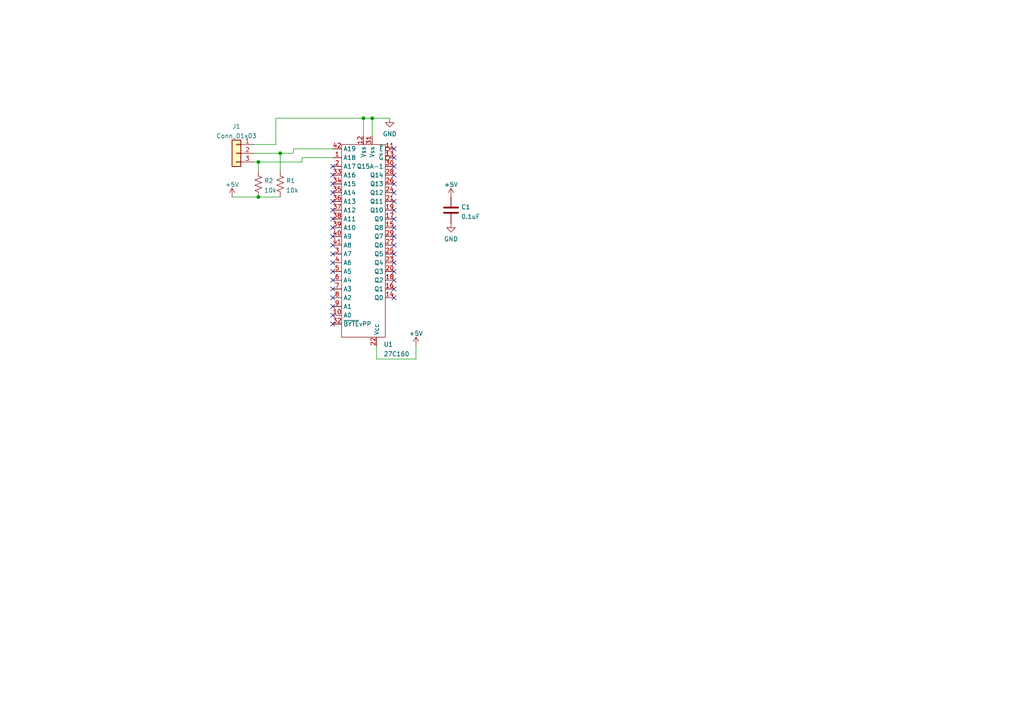
<source format=kicad_sch>
(kicad_sch (version 20211123) (generator eeschema)

  (uuid 2d50f897-8eb0-4541-a467-7f0e76a94220)

  (paper "A4")

  (lib_symbols
    (symbol "AmigaROMs:27C160" (in_bom yes) (on_board yes)
      (property "Reference" "U" (id 0) (at -1.27 -6.35 0)
        (effects (font (size 1.27 1.27)))
      )
      (property "Value" "27C160" (id 1) (at 0 1.27 90)
        (effects (font (size 1.27 1.27)))
      )
      (property "Footprint" "" (id 2) (at 0 0 0)
        (effects (font (size 1.27 1.27)) hide)
      )
      (property "Datasheet" "" (id 3) (at 0 0 0)
        (effects (font (size 1.27 1.27)) hide)
      )
      (symbol "27C160_0_1"
        (rectangle (start -6.35 25.4) (end 6.35 -30.48)
          (stroke (width 0.1524) (type default) (color 0 0 0 0))
          (fill (type none))
        )
      )
      (symbol "27C160_1_1"
        (pin input line (at -8.89 21.59 0) (length 2.54)
          (name "A18" (effects (font (size 1.27 1.27))))
          (number "1" (effects (font (size 1.27 1.27))))
        )
        (pin input line (at -8.89 -24.13 0) (length 2.54)
          (name "A0" (effects (font (size 1.27 1.27))))
          (number "10" (effects (font (size 1.27 1.27))))
        )
        (pin input inverted (at 8.89 24.13 180) (length 2.54)
          (name "~{E}" (effects (font (size 1.27 1.27))))
          (number "11" (effects (font (size 1.27 1.27))))
        )
        (pin power_out line (at 0 27.94 270) (length 2.54)
          (name "Vss" (effects (font (size 1.27 1.27))))
          (number "12" (effects (font (size 1.27 1.27))))
        )
        (pin input inverted (at 8.89 21.59 180) (length 2.54)
          (name "~{G}" (effects (font (size 1.27 1.27))))
          (number "13" (effects (font (size 1.27 1.27))))
        )
        (pin output line (at 8.89 -19.05 180) (length 2.54)
          (name "Q0" (effects (font (size 1.27 1.27))))
          (number "14" (effects (font (size 1.27 1.27))))
        )
        (pin output line (at 8.89 1.27 180) (length 2.54)
          (name "Q8" (effects (font (size 1.27 1.27))))
          (number "15" (effects (font (size 1.27 1.27))))
        )
        (pin output line (at 8.89 -16.51 180) (length 2.54)
          (name "Q1" (effects (font (size 1.27 1.27))))
          (number "16" (effects (font (size 1.27 1.27))))
        )
        (pin output line (at 8.89 3.81 180) (length 2.54)
          (name "Q9" (effects (font (size 1.27 1.27))))
          (number "17" (effects (font (size 1.27 1.27))))
        )
        (pin output line (at 8.89 -13.97 180) (length 2.54)
          (name "Q2" (effects (font (size 1.27 1.27))))
          (number "18" (effects (font (size 1.27 1.27))))
        )
        (pin output line (at 8.89 6.35 180) (length 2.54)
          (name "Q10" (effects (font (size 1.27 1.27))))
          (number "19" (effects (font (size 1.27 1.27))))
        )
        (pin input line (at -8.89 19.05 0) (length 2.54)
          (name "A17" (effects (font (size 1.27 1.27))))
          (number "2" (effects (font (size 1.27 1.27))))
        )
        (pin output line (at 8.89 -11.43 180) (length 2.54)
          (name "Q3" (effects (font (size 1.27 1.27))))
          (number "20" (effects (font (size 1.27 1.27))))
        )
        (pin output line (at 8.89 8.89 180) (length 2.54)
          (name "Q11" (effects (font (size 1.27 1.27))))
          (number "21" (effects (font (size 1.27 1.27))))
        )
        (pin power_in line (at 3.81 -33.02 90) (length 2.54)
          (name "Vcc" (effects (font (size 1.27 1.27))))
          (number "22" (effects (font (size 1.27 1.27))))
        )
        (pin output line (at 8.89 -8.89 180) (length 2.54)
          (name "Q4" (effects (font (size 1.27 1.27))))
          (number "23" (effects (font (size 1.27 1.27))))
        )
        (pin output line (at 8.89 11.43 180) (length 2.54)
          (name "Q12" (effects (font (size 1.27 1.27))))
          (number "24" (effects (font (size 1.27 1.27))))
        )
        (pin output line (at 8.89 -6.35 180) (length 2.54)
          (name "Q5" (effects (font (size 1.27 1.27))))
          (number "25" (effects (font (size 1.27 1.27))))
        )
        (pin output line (at 8.89 13.97 180) (length 2.54)
          (name "Q13" (effects (font (size 1.27 1.27))))
          (number "26" (effects (font (size 1.27 1.27))))
        )
        (pin output line (at 8.89 -3.81 180) (length 2.54)
          (name "Q6" (effects (font (size 1.27 1.27))))
          (number "27" (effects (font (size 1.27 1.27))))
        )
        (pin output line (at 8.89 16.51 180) (length 2.54)
          (name "Q14" (effects (font (size 1.27 1.27))))
          (number "28" (effects (font (size 1.27 1.27))))
        )
        (pin output line (at 8.89 -1.27 180) (length 2.54)
          (name "Q7" (effects (font (size 1.27 1.27))))
          (number "29" (effects (font (size 1.27 1.27))))
        )
        (pin input line (at -8.89 -6.35 0) (length 2.54)
          (name "A7" (effects (font (size 1.27 1.27))))
          (number "3" (effects (font (size 1.27 1.27))))
        )
        (pin bidirectional line (at 8.89 19.05 180) (length 2.54)
          (name "Q15A-1" (effects (font (size 1.27 1.27))))
          (number "30" (effects (font (size 1.27 1.27))))
        )
        (pin power_out line (at 2.54 27.94 270) (length 2.54)
          (name "Vss" (effects (font (size 1.27 1.27))))
          (number "31" (effects (font (size 1.27 1.27))))
        )
        (pin input line (at -8.89 -26.67 0) (length 2.54)
          (name "~{BYTE}vPP" (effects (font (size 1.27 1.27))))
          (number "32" (effects (font (size 1.27 1.27))))
        )
        (pin input line (at -8.89 16.51 0) (length 2.54)
          (name "A16" (effects (font (size 1.27 1.27))))
          (number "33" (effects (font (size 1.27 1.27))))
        )
        (pin input line (at -8.89 13.97 0) (length 2.54)
          (name "A15" (effects (font (size 1.27 1.27))))
          (number "34" (effects (font (size 1.27 1.27))))
        )
        (pin input line (at -8.89 11.43 0) (length 2.54)
          (name "A14" (effects (font (size 1.27 1.27))))
          (number "35" (effects (font (size 1.27 1.27))))
        )
        (pin input line (at -8.89 8.89 0) (length 2.54)
          (name "A13" (effects (font (size 1.27 1.27))))
          (number "36" (effects (font (size 1.27 1.27))))
        )
        (pin input line (at -8.89 6.35 0) (length 2.54)
          (name "A12" (effects (font (size 1.27 1.27))))
          (number "37" (effects (font (size 1.27 1.27))))
        )
        (pin input line (at -8.89 3.81 0) (length 2.54)
          (name "A11" (effects (font (size 1.27 1.27))))
          (number "38" (effects (font (size 1.27 1.27))))
        )
        (pin input line (at -8.89 1.27 0) (length 2.54)
          (name "A10" (effects (font (size 1.27 1.27))))
          (number "39" (effects (font (size 1.27 1.27))))
        )
        (pin input line (at -8.89 -8.89 0) (length 2.54)
          (name "A6" (effects (font (size 1.27 1.27))))
          (number "4" (effects (font (size 1.27 1.27))))
        )
        (pin input line (at -8.89 -1.27 0) (length 2.54)
          (name "A9" (effects (font (size 1.27 1.27))))
          (number "40" (effects (font (size 1.27 1.27))))
        )
        (pin input line (at -8.89 -3.81 0) (length 2.54)
          (name "A8" (effects (font (size 1.27 1.27))))
          (number "41" (effects (font (size 1.27 1.27))))
        )
        (pin input line (at -8.89 24.13 0) (length 2.54)
          (name "A19" (effects (font (size 1.27 1.27))))
          (number "42" (effects (font (size 1.27 1.27))))
        )
        (pin input line (at -8.89 -11.43 0) (length 2.54)
          (name "A5" (effects (font (size 1.27 1.27))))
          (number "5" (effects (font (size 1.27 1.27))))
        )
        (pin input line (at -8.89 -13.97 0) (length 2.54)
          (name "A4" (effects (font (size 1.27 1.27))))
          (number "6" (effects (font (size 1.27 1.27))))
        )
        (pin input line (at -8.89 -16.51 0) (length 2.54)
          (name "A3" (effects (font (size 1.27 1.27))))
          (number "7" (effects (font (size 1.27 1.27))))
        )
        (pin input line (at -8.89 -19.05 0) (length 2.54)
          (name "A2" (effects (font (size 1.27 1.27))))
          (number "8" (effects (font (size 1.27 1.27))))
        )
        (pin input line (at -8.89 -21.59 0) (length 2.54)
          (name "A1" (effects (font (size 1.27 1.27))))
          (number "9" (effects (font (size 1.27 1.27))))
        )
      )
    )
    (symbol "Connector_Generic:Conn_01x03" (pin_names (offset 1.016) hide) (in_bom yes) (on_board yes)
      (property "Reference" "J" (id 0) (at 0 5.08 0)
        (effects (font (size 1.27 1.27)))
      )
      (property "Value" "Conn_01x03" (id 1) (at 0 -5.08 0)
        (effects (font (size 1.27 1.27)))
      )
      (property "Footprint" "" (id 2) (at 0 0 0)
        (effects (font (size 1.27 1.27)) hide)
      )
      (property "Datasheet" "~" (id 3) (at 0 0 0)
        (effects (font (size 1.27 1.27)) hide)
      )
      (property "ki_keywords" "connector" (id 4) (at 0 0 0)
        (effects (font (size 1.27 1.27)) hide)
      )
      (property "ki_description" "Generic connector, single row, 01x03, script generated (kicad-library-utils/schlib/autogen/connector/)" (id 5) (at 0 0 0)
        (effects (font (size 1.27 1.27)) hide)
      )
      (property "ki_fp_filters" "Connector*:*_1x??_*" (id 6) (at 0 0 0)
        (effects (font (size 1.27 1.27)) hide)
      )
      (symbol "Conn_01x03_1_1"
        (rectangle (start -1.27 -2.413) (end 0 -2.667)
          (stroke (width 0.1524) (type default) (color 0 0 0 0))
          (fill (type none))
        )
        (rectangle (start -1.27 0.127) (end 0 -0.127)
          (stroke (width 0.1524) (type default) (color 0 0 0 0))
          (fill (type none))
        )
        (rectangle (start -1.27 2.667) (end 0 2.413)
          (stroke (width 0.1524) (type default) (color 0 0 0 0))
          (fill (type none))
        )
        (rectangle (start -1.27 3.81) (end 1.27 -3.81)
          (stroke (width 0.254) (type default) (color 0 0 0 0))
          (fill (type background))
        )
        (pin passive line (at -5.08 2.54 0) (length 3.81)
          (name "Pin_1" (effects (font (size 1.27 1.27))))
          (number "1" (effects (font (size 1.27 1.27))))
        )
        (pin passive line (at -5.08 0 0) (length 3.81)
          (name "Pin_2" (effects (font (size 1.27 1.27))))
          (number "2" (effects (font (size 1.27 1.27))))
        )
        (pin passive line (at -5.08 -2.54 0) (length 3.81)
          (name "Pin_3" (effects (font (size 1.27 1.27))))
          (number "3" (effects (font (size 1.27 1.27))))
        )
      )
    )
    (symbol "Device:C" (pin_numbers hide) (pin_names (offset 0.254)) (in_bom yes) (on_board yes)
      (property "Reference" "C" (id 0) (at 0.635 2.54 0)
        (effects (font (size 1.27 1.27)) (justify left))
      )
      (property "Value" "C" (id 1) (at 0.635 -2.54 0)
        (effects (font (size 1.27 1.27)) (justify left))
      )
      (property "Footprint" "" (id 2) (at 0.9652 -3.81 0)
        (effects (font (size 1.27 1.27)) hide)
      )
      (property "Datasheet" "~" (id 3) (at 0 0 0)
        (effects (font (size 1.27 1.27)) hide)
      )
      (property "ki_keywords" "cap capacitor" (id 4) (at 0 0 0)
        (effects (font (size 1.27 1.27)) hide)
      )
      (property "ki_description" "Unpolarized capacitor" (id 5) (at 0 0 0)
        (effects (font (size 1.27 1.27)) hide)
      )
      (property "ki_fp_filters" "C_*" (id 6) (at 0 0 0)
        (effects (font (size 1.27 1.27)) hide)
      )
      (symbol "C_0_1"
        (polyline
          (pts
            (xy -2.032 -0.762)
            (xy 2.032 -0.762)
          )
          (stroke (width 0.508) (type default) (color 0 0 0 0))
          (fill (type none))
        )
        (polyline
          (pts
            (xy -2.032 0.762)
            (xy 2.032 0.762)
          )
          (stroke (width 0.508) (type default) (color 0 0 0 0))
          (fill (type none))
        )
      )
      (symbol "C_1_1"
        (pin passive line (at 0 3.81 270) (length 2.794)
          (name "~" (effects (font (size 1.27 1.27))))
          (number "1" (effects (font (size 1.27 1.27))))
        )
        (pin passive line (at 0 -3.81 90) (length 2.794)
          (name "~" (effects (font (size 1.27 1.27))))
          (number "2" (effects (font (size 1.27 1.27))))
        )
      )
    )
    (symbol "Device:R_US" (pin_numbers hide) (pin_names (offset 0)) (in_bom yes) (on_board yes)
      (property "Reference" "R" (id 0) (at 2.54 0 90)
        (effects (font (size 1.27 1.27)))
      )
      (property "Value" "R_US" (id 1) (at -2.54 0 90)
        (effects (font (size 1.27 1.27)))
      )
      (property "Footprint" "" (id 2) (at 1.016 -0.254 90)
        (effects (font (size 1.27 1.27)) hide)
      )
      (property "Datasheet" "~" (id 3) (at 0 0 0)
        (effects (font (size 1.27 1.27)) hide)
      )
      (property "ki_keywords" "R res resistor" (id 4) (at 0 0 0)
        (effects (font (size 1.27 1.27)) hide)
      )
      (property "ki_description" "Resistor, US symbol" (id 5) (at 0 0 0)
        (effects (font (size 1.27 1.27)) hide)
      )
      (property "ki_fp_filters" "R_*" (id 6) (at 0 0 0)
        (effects (font (size 1.27 1.27)) hide)
      )
      (symbol "R_US_0_1"
        (polyline
          (pts
            (xy 0 -2.286)
            (xy 0 -2.54)
          )
          (stroke (width 0) (type default) (color 0 0 0 0))
          (fill (type none))
        )
        (polyline
          (pts
            (xy 0 2.286)
            (xy 0 2.54)
          )
          (stroke (width 0) (type default) (color 0 0 0 0))
          (fill (type none))
        )
        (polyline
          (pts
            (xy 0 -0.762)
            (xy 1.016 -1.143)
            (xy 0 -1.524)
            (xy -1.016 -1.905)
            (xy 0 -2.286)
          )
          (stroke (width 0) (type default) (color 0 0 0 0))
          (fill (type none))
        )
        (polyline
          (pts
            (xy 0 0.762)
            (xy 1.016 0.381)
            (xy 0 0)
            (xy -1.016 -0.381)
            (xy 0 -0.762)
          )
          (stroke (width 0) (type default) (color 0 0 0 0))
          (fill (type none))
        )
        (polyline
          (pts
            (xy 0 2.286)
            (xy 1.016 1.905)
            (xy 0 1.524)
            (xy -1.016 1.143)
            (xy 0 0.762)
          )
          (stroke (width 0) (type default) (color 0 0 0 0))
          (fill (type none))
        )
      )
      (symbol "R_US_1_1"
        (pin passive line (at 0 3.81 270) (length 1.27)
          (name "~" (effects (font (size 1.27 1.27))))
          (number "1" (effects (font (size 1.27 1.27))))
        )
        (pin passive line (at 0 -3.81 90) (length 1.27)
          (name "~" (effects (font (size 1.27 1.27))))
          (number "2" (effects (font (size 1.27 1.27))))
        )
      )
    )
    (symbol "power:+5V" (power) (pin_names (offset 0)) (in_bom yes) (on_board yes)
      (property "Reference" "#PWR" (id 0) (at 0 -3.81 0)
        (effects (font (size 1.27 1.27)) hide)
      )
      (property "Value" "+5V" (id 1) (at 0 3.556 0)
        (effects (font (size 1.27 1.27)))
      )
      (property "Footprint" "" (id 2) (at 0 0 0)
        (effects (font (size 1.27 1.27)) hide)
      )
      (property "Datasheet" "" (id 3) (at 0 0 0)
        (effects (font (size 1.27 1.27)) hide)
      )
      (property "ki_keywords" "power-flag" (id 4) (at 0 0 0)
        (effects (font (size 1.27 1.27)) hide)
      )
      (property "ki_description" "Power symbol creates a global label with name \"+5V\"" (id 5) (at 0 0 0)
        (effects (font (size 1.27 1.27)) hide)
      )
      (symbol "+5V_0_1"
        (polyline
          (pts
            (xy -0.762 1.27)
            (xy 0 2.54)
          )
          (stroke (width 0) (type default) (color 0 0 0 0))
          (fill (type none))
        )
        (polyline
          (pts
            (xy 0 0)
            (xy 0 2.54)
          )
          (stroke (width 0) (type default) (color 0 0 0 0))
          (fill (type none))
        )
        (polyline
          (pts
            (xy 0 2.54)
            (xy 0.762 1.27)
          )
          (stroke (width 0) (type default) (color 0 0 0 0))
          (fill (type none))
        )
      )
      (symbol "+5V_1_1"
        (pin power_in line (at 0 0 90) (length 0) hide
          (name "+5V" (effects (font (size 1.27 1.27))))
          (number "1" (effects (font (size 1.27 1.27))))
        )
      )
    )
    (symbol "power:GND" (power) (pin_names (offset 0)) (in_bom yes) (on_board yes)
      (property "Reference" "#PWR" (id 0) (at 0 -6.35 0)
        (effects (font (size 1.27 1.27)) hide)
      )
      (property "Value" "GND" (id 1) (at 0 -3.81 0)
        (effects (font (size 1.27 1.27)))
      )
      (property "Footprint" "" (id 2) (at 0 0 0)
        (effects (font (size 1.27 1.27)) hide)
      )
      (property "Datasheet" "" (id 3) (at 0 0 0)
        (effects (font (size 1.27 1.27)) hide)
      )
      (property "ki_keywords" "power-flag" (id 4) (at 0 0 0)
        (effects (font (size 1.27 1.27)) hide)
      )
      (property "ki_description" "Power symbol creates a global label with name \"GND\" , ground" (id 5) (at 0 0 0)
        (effects (font (size 1.27 1.27)) hide)
      )
      (symbol "GND_0_1"
        (polyline
          (pts
            (xy 0 0)
            (xy 0 -1.27)
            (xy 1.27 -1.27)
            (xy 0 -2.54)
            (xy -1.27 -1.27)
            (xy 0 -1.27)
          )
          (stroke (width 0) (type default) (color 0 0 0 0))
          (fill (type none))
        )
      )
      (symbol "GND_1_1"
        (pin power_in line (at 0 0 270) (length 0) hide
          (name "GND" (effects (font (size 1.27 1.27))))
          (number "1" (effects (font (size 1.27 1.27))))
        )
      )
    )
  )

  (junction (at 74.93 46.99) (diameter 0) (color 0 0 0 0)
    (uuid 1f9c35ab-ebde-4e6b-b02d-d3594d10e9d2)
  )
  (junction (at 107.95 34.29) (diameter 0) (color 0 0 0 0)
    (uuid 4c9c6e2f-a337-406c-a185-c88d11a66e14)
  )
  (junction (at 74.93 57.15) (diameter 0) (color 0 0 0 0)
    (uuid 58fb1fe5-d72a-4218-87b2-4088c1f353fa)
  )
  (junction (at 105.41 34.29) (diameter 0) (color 0 0 0 0)
    (uuid 79e8f2c5-9076-4a0b-86ea-9925774d7738)
  )
  (junction (at 81.28 44.45) (diameter 0) (color 0 0 0 0)
    (uuid f7505a1e-c168-4344-8df3-c81352040784)
  )

  (no_connect (at 96.52 55.88) (uuid 951eec6c-6ed0-4393-aa65-1b42639aef33))
  (no_connect (at 96.52 53.34) (uuid 951eec6c-6ed0-4393-aa65-1b42639aef34))
  (no_connect (at 96.52 50.8) (uuid 951eec6c-6ed0-4393-aa65-1b42639aef35))
  (no_connect (at 96.52 48.26) (uuid 951eec6c-6ed0-4393-aa65-1b42639aef36))
  (no_connect (at 114.3 86.36) (uuid 951eec6c-6ed0-4393-aa65-1b42639aef37))
  (no_connect (at 114.3 83.82) (uuid 951eec6c-6ed0-4393-aa65-1b42639aef38))
  (no_connect (at 96.52 93.98) (uuid 951eec6c-6ed0-4393-aa65-1b42639aef39))
  (no_connect (at 96.52 91.44) (uuid 951eec6c-6ed0-4393-aa65-1b42639aef3a))
  (no_connect (at 96.52 88.9) (uuid 951eec6c-6ed0-4393-aa65-1b42639aef3b))
  (no_connect (at 96.52 86.36) (uuid 951eec6c-6ed0-4393-aa65-1b42639aef3c))
  (no_connect (at 96.52 83.82) (uuid 951eec6c-6ed0-4393-aa65-1b42639aef3d))
  (no_connect (at 96.52 81.28) (uuid 951eec6c-6ed0-4393-aa65-1b42639aef3e))
  (no_connect (at 96.52 78.74) (uuid 951eec6c-6ed0-4393-aa65-1b42639aef3f))
  (no_connect (at 96.52 76.2) (uuid 951eec6c-6ed0-4393-aa65-1b42639aef40))
  (no_connect (at 96.52 73.66) (uuid 951eec6c-6ed0-4393-aa65-1b42639aef41))
  (no_connect (at 96.52 71.12) (uuid 951eec6c-6ed0-4393-aa65-1b42639aef42))
  (no_connect (at 96.52 68.58) (uuid 951eec6c-6ed0-4393-aa65-1b42639aef43))
  (no_connect (at 96.52 66.04) (uuid 951eec6c-6ed0-4393-aa65-1b42639aef44))
  (no_connect (at 96.52 63.5) (uuid 951eec6c-6ed0-4393-aa65-1b42639aef45))
  (no_connect (at 96.52 60.96) (uuid 951eec6c-6ed0-4393-aa65-1b42639aef46))
  (no_connect (at 96.52 58.42) (uuid 951eec6c-6ed0-4393-aa65-1b42639aef47))
  (no_connect (at 114.3 81.28) (uuid 951eec6c-6ed0-4393-aa65-1b42639aef48))
  (no_connect (at 114.3 78.74) (uuid 951eec6c-6ed0-4393-aa65-1b42639aef49))
  (no_connect (at 114.3 68.58) (uuid 951eec6c-6ed0-4393-aa65-1b42639aef4a))
  (no_connect (at 114.3 71.12) (uuid 951eec6c-6ed0-4393-aa65-1b42639aef4b))
  (no_connect (at 114.3 73.66) (uuid 951eec6c-6ed0-4393-aa65-1b42639aef4c))
  (no_connect (at 114.3 76.2) (uuid 951eec6c-6ed0-4393-aa65-1b42639aef4d))
  (no_connect (at 114.3 43.18) (uuid 951eec6c-6ed0-4393-aa65-1b42639aef4e))
  (no_connect (at 114.3 45.72) (uuid 951eec6c-6ed0-4393-aa65-1b42639aef4f))
  (no_connect (at 114.3 48.26) (uuid 951eec6c-6ed0-4393-aa65-1b42639aef50))
  (no_connect (at 114.3 50.8) (uuid 951eec6c-6ed0-4393-aa65-1b42639aef51))
  (no_connect (at 114.3 53.34) (uuid 951eec6c-6ed0-4393-aa65-1b42639aef52))
  (no_connect (at 114.3 55.88) (uuid 951eec6c-6ed0-4393-aa65-1b42639aef53))
  (no_connect (at 114.3 58.42) (uuid 951eec6c-6ed0-4393-aa65-1b42639aef54))
  (no_connect (at 114.3 60.96) (uuid 951eec6c-6ed0-4393-aa65-1b42639aef55))
  (no_connect (at 114.3 63.5) (uuid 951eec6c-6ed0-4393-aa65-1b42639aef56))
  (no_connect (at 114.3 66.04) (uuid 951eec6c-6ed0-4393-aa65-1b42639aef57))

  (wire (pts (xy 107.95 34.29) (xy 113.03 34.29))
    (stroke (width 0) (type default) (color 0 0 0 0))
    (uuid 0133fd38-523d-494e-a887-16e6b2f3877b)
  )
  (wire (pts (xy 74.93 46.99) (xy 74.93 49.53))
    (stroke (width 0) (type default) (color 0 0 0 0))
    (uuid 1e89ec01-0e43-411d-81db-1d27ef06a4cc)
  )
  (wire (pts (xy 81.28 44.45) (xy 85.09 44.45))
    (stroke (width 0) (type default) (color 0 0 0 0))
    (uuid 24285675-6279-439a-ab1a-7090c98c2400)
  )
  (wire (pts (xy 87.63 46.99) (xy 87.63 45.72))
    (stroke (width 0) (type default) (color 0 0 0 0))
    (uuid 370f717c-bbdb-4c5b-a388-5851feefcff5)
  )
  (wire (pts (xy 74.93 57.15) (xy 81.28 57.15))
    (stroke (width 0) (type default) (color 0 0 0 0))
    (uuid 3dcda716-2a51-4cd2-bf0e-3c36e5d421d7)
  )
  (wire (pts (xy 80.01 41.91) (xy 80.01 34.29))
    (stroke (width 0) (type default) (color 0 0 0 0))
    (uuid 49812559-3ac3-458c-81b2-f589ba63c95a)
  )
  (wire (pts (xy 85.09 43.18) (xy 96.52 43.18))
    (stroke (width 0) (type default) (color 0 0 0 0))
    (uuid 538d8ef1-a3f2-40c1-805a-dfa9464b6b60)
  )
  (wire (pts (xy 85.09 44.45) (xy 85.09 43.18))
    (stroke (width 0) (type default) (color 0 0 0 0))
    (uuid 6109f199-3db6-4d45-8c5d-dee20c3fd0d1)
  )
  (wire (pts (xy 120.65 104.14) (xy 120.65 100.33))
    (stroke (width 0) (type default) (color 0 0 0 0))
    (uuid 61318207-d873-4447-a289-816abfde8749)
  )
  (wire (pts (xy 109.22 104.14) (xy 120.65 104.14))
    (stroke (width 0) (type default) (color 0 0 0 0))
    (uuid 73a92522-b099-4a03-805d-1eaf64a830cd)
  )
  (wire (pts (xy 87.63 45.72) (xy 96.52 45.72))
    (stroke (width 0) (type default) (color 0 0 0 0))
    (uuid 93983a8e-c54c-431a-8e0b-678f16be112f)
  )
  (wire (pts (xy 80.01 34.29) (xy 105.41 34.29))
    (stroke (width 0) (type default) (color 0 0 0 0))
    (uuid 9654de29-aac6-4b7d-a409-d26133d422a0)
  )
  (wire (pts (xy 73.66 46.99) (xy 74.93 46.99))
    (stroke (width 0) (type default) (color 0 0 0 0))
    (uuid af55224d-0a4b-4e0c-8bfa-609f060a5601)
  )
  (wire (pts (xy 109.22 100.33) (xy 109.22 104.14))
    (stroke (width 0) (type default) (color 0 0 0 0))
    (uuid b3a5b233-1001-4ba1-802c-efc8327235ea)
  )
  (wire (pts (xy 73.66 44.45) (xy 81.28 44.45))
    (stroke (width 0) (type default) (color 0 0 0 0))
    (uuid b838190a-1e1a-4428-bb31-acdce59af93e)
  )
  (wire (pts (xy 74.93 46.99) (xy 87.63 46.99))
    (stroke (width 0) (type default) (color 0 0 0 0))
    (uuid bd7ca3f7-9190-487b-b1f5-d10d73a4bc89)
  )
  (wire (pts (xy 67.31 57.15) (xy 74.93 57.15))
    (stroke (width 0) (type default) (color 0 0 0 0))
    (uuid c5445d05-fc65-4f69-a85d-0859384a1988)
  )
  (wire (pts (xy 73.66 41.91) (xy 80.01 41.91))
    (stroke (width 0) (type default) (color 0 0 0 0))
    (uuid e13feccd-3c02-47b6-9b2c-d7b95b8dc1bd)
  )
  (wire (pts (xy 81.28 44.45) (xy 81.28 49.53))
    (stroke (width 0) (type default) (color 0 0 0 0))
    (uuid e65c2d61-2a49-47ea-b6ed-4f1be6fa2315)
  )
  (wire (pts (xy 105.41 34.29) (xy 107.95 34.29))
    (stroke (width 0) (type default) (color 0 0 0 0))
    (uuid f2612f0c-8db1-48ab-b718-8364067ffc7c)
  )
  (wire (pts (xy 107.95 34.29) (xy 107.95 39.37))
    (stroke (width 0) (type default) (color 0 0 0 0))
    (uuid f2cb4382-0303-4f7e-a74c-7315cd59fff2)
  )
  (wire (pts (xy 105.41 34.29) (xy 105.41 39.37))
    (stroke (width 0) (type default) (color 0 0 0 0))
    (uuid f6e81283-ab27-49d5-8192-be90a07f4cb3)
  )

  (symbol (lib_id "power:GND") (at 113.03 34.29 0) (unit 1)
    (in_bom yes) (on_board yes) (fields_autoplaced)
    (uuid 057c436a-15d3-4166-8a48-02316ed91f1a)
    (property "Reference" "#PWR0101" (id 0) (at 113.03 40.64 0)
      (effects (font (size 1.27 1.27)) hide)
    )
    (property "Value" "GND" (id 1) (at 113.03 38.8525 0))
    (property "Footprint" "" (id 2) (at 113.03 34.29 0)
      (effects (font (size 1.27 1.27)) hide)
    )
    (property "Datasheet" "" (id 3) (at 113.03 34.29 0)
      (effects (font (size 1.27 1.27)) hide)
    )
    (pin "1" (uuid 2f880664-90db-45cb-a077-6a40471c53d1))
  )

  (symbol (lib_id "Device:R_US") (at 74.93 53.34 0) (unit 1)
    (in_bom yes) (on_board yes) (fields_autoplaced)
    (uuid 24758ac6-2fb1-427e-8f06-4e3ec442c717)
    (property "Reference" "R2" (id 0) (at 76.581 52.4315 0)
      (effects (font (size 1.27 1.27)) (justify left))
    )
    (property "Value" "10k" (id 1) (at 76.581 55.2066 0)
      (effects (font (size 1.27 1.27)) (justify left))
    )
    (property "Footprint" "Resistor_THT:R_Axial_DIN0309_L9.0mm_D3.2mm_P12.70mm_Horizontal" (id 2) (at 75.946 53.594 90)
      (effects (font (size 1.27 1.27)) hide)
    )
    (property "Datasheet" "~" (id 3) (at 74.93 53.34 0)
      (effects (font (size 1.27 1.27)) hide)
    )
    (pin "1" (uuid 97572e9b-abc0-4dc9-85ef-1438e819448b))
    (pin "2" (uuid 552de40f-c054-4d97-92da-c7dacf926f68))
  )

  (symbol (lib_id "power:+5V") (at 130.81 57.15 0) (unit 1)
    (in_bom yes) (on_board yes) (fields_autoplaced)
    (uuid 3f299d2b-c5e7-41ef-bc36-dadc2b687477)
    (property "Reference" "#PWR0102" (id 0) (at 130.81 60.96 0)
      (effects (font (size 1.27 1.27)) hide)
    )
    (property "Value" "+5V" (id 1) (at 130.81 53.5455 0))
    (property "Footprint" "" (id 2) (at 130.81 57.15 0)
      (effects (font (size 1.27 1.27)) hide)
    )
    (property "Datasheet" "" (id 3) (at 130.81 57.15 0)
      (effects (font (size 1.27 1.27)) hide)
    )
    (pin "1" (uuid 047ac936-943a-45a7-8675-7e4c611d7073))
  )

  (symbol (lib_id "power:+5V") (at 67.31 57.15 0) (unit 1)
    (in_bom yes) (on_board yes) (fields_autoplaced)
    (uuid 473ba924-6cdc-435b-8e47-fddc4dfaa5a7)
    (property "Reference" "#PWR0105" (id 0) (at 67.31 60.96 0)
      (effects (font (size 1.27 1.27)) hide)
    )
    (property "Value" "+5V" (id 1) (at 67.31 53.5455 0))
    (property "Footprint" "" (id 2) (at 67.31 57.15 0)
      (effects (font (size 1.27 1.27)) hide)
    )
    (property "Datasheet" "" (id 3) (at 67.31 57.15 0)
      (effects (font (size 1.27 1.27)) hide)
    )
    (pin "1" (uuid 55b464de-8e05-4128-a6e9-42bf12b06e18))
  )

  (symbol (lib_id "Device:C") (at 130.81 60.96 0) (unit 1)
    (in_bom yes) (on_board yes) (fields_autoplaced)
    (uuid 8ba7a013-f39c-4fc9-b28d-4c8caf6299ec)
    (property "Reference" "C1" (id 0) (at 133.731 60.0515 0)
      (effects (font (size 1.27 1.27)) (justify left))
    )
    (property "Value" "0.1uF" (id 1) (at 133.731 62.8266 0)
      (effects (font (size 1.27 1.27)) (justify left))
    )
    (property "Footprint" "Capacitor_THT:C_Disc_D5.1mm_W3.2mm_P5.00mm" (id 2) (at 131.7752 64.77 0)
      (effects (font (size 1.27 1.27)) hide)
    )
    (property "Datasheet" "~" (id 3) (at 130.81 60.96 0)
      (effects (font (size 1.27 1.27)) hide)
    )
    (pin "1" (uuid 0a3b3944-11e1-419a-afb4-72e5e6652fbd))
    (pin "2" (uuid d3c15041-941f-4c0c-bc27-a72806f6af64))
  )

  (symbol (lib_id "power:GND") (at 130.81 64.77 0) (unit 1)
    (in_bom yes) (on_board yes) (fields_autoplaced)
    (uuid 8c6766f4-9904-4a9e-a2a0-6a93747b1057)
    (property "Reference" "#PWR0103" (id 0) (at 130.81 71.12 0)
      (effects (font (size 1.27 1.27)) hide)
    )
    (property "Value" "GND" (id 1) (at 130.81 69.3325 0))
    (property "Footprint" "" (id 2) (at 130.81 64.77 0)
      (effects (font (size 1.27 1.27)) hide)
    )
    (property "Datasheet" "" (id 3) (at 130.81 64.77 0)
      (effects (font (size 1.27 1.27)) hide)
    )
    (pin "1" (uuid d5656971-fc80-4ff3-9baa-5be4b87d0763))
  )

  (symbol (lib_id "Device:R_US") (at 81.28 53.34 0) (unit 1)
    (in_bom yes) (on_board yes) (fields_autoplaced)
    (uuid 93974a99-3fd6-41ec-8d95-15d6df35be81)
    (property "Reference" "R1" (id 0) (at 82.931 52.4315 0)
      (effects (font (size 1.27 1.27)) (justify left))
    )
    (property "Value" "10k" (id 1) (at 82.931 55.2066 0)
      (effects (font (size 1.27 1.27)) (justify left))
    )
    (property "Footprint" "Resistor_THT:R_Axial_DIN0309_L9.0mm_D3.2mm_P12.70mm_Horizontal" (id 2) (at 82.296 53.594 90)
      (effects (font (size 1.27 1.27)) hide)
    )
    (property "Datasheet" "~" (id 3) (at 81.28 53.34 0)
      (effects (font (size 1.27 1.27)) hide)
    )
    (pin "1" (uuid 7e21c601-79d8-4f5b-ab16-d649d7ef9164))
    (pin "2" (uuid 10ad5481-dfe1-4e74-a276-533bf33aa604))
  )

  (symbol (lib_id "power:+5V") (at 120.65 100.33 0) (unit 1)
    (in_bom yes) (on_board yes) (fields_autoplaced)
    (uuid af15c2cd-21da-43ec-bdf2-60acbbdea4da)
    (property "Reference" "#PWR0104" (id 0) (at 120.65 104.14 0)
      (effects (font (size 1.27 1.27)) hide)
    )
    (property "Value" "+5V" (id 1) (at 120.65 96.7255 0))
    (property "Footprint" "" (id 2) (at 120.65 100.33 0)
      (effects (font (size 1.27 1.27)) hide)
    )
    (property "Datasheet" "" (id 3) (at 120.65 100.33 0)
      (effects (font (size 1.27 1.27)) hide)
    )
    (pin "1" (uuid c6c705d6-d531-4161-9fda-fba0d30eed8b))
  )

  (symbol (lib_id "Connector_Generic:Conn_01x03") (at 68.58 44.45 0) (mirror y) (unit 1)
    (in_bom yes) (on_board yes) (fields_autoplaced)
    (uuid c77ad8ba-2d6b-48dd-a4ba-1f53947dde30)
    (property "Reference" "J1" (id 0) (at 68.58 36.6735 0))
    (property "Value" "Conn_01x03" (id 1) (at 68.58 39.4486 0))
    (property "Footprint" "Connector_PinHeader_2.54mm:PinHeader_1x03_P2.54mm_Vertical" (id 2) (at 68.58 44.45 0)
      (effects (font (size 1.27 1.27)) hide)
    )
    (property "Datasheet" "~" (id 3) (at 68.58 44.45 0)
      (effects (font (size 1.27 1.27)) hide)
    )
    (pin "1" (uuid d125ef14-c310-4c00-9e3c-2b6f8759ff0a))
    (pin "2" (uuid b20b1ded-143c-4b6c-9406-d5ba05b0a88a))
    (pin "3" (uuid 1e4c19f3-322d-43b0-a66a-78a951268a6c))
  )

  (symbol (lib_id "AmigaROMs:27C160") (at 105.41 67.31 0) (unit 1)
    (in_bom yes) (on_board yes) (fields_autoplaced)
    (uuid cade3eb3-c698-4d5b-980f-2207e9ab0457)
    (property "Reference" "U1" (id 0) (at 111.2394 99.8887 0)
      (effects (font (size 1.27 1.27)) (justify left))
    )
    (property "Value" "27C160" (id 1) (at 111.2394 102.6638 0)
      (effects (font (size 1.27 1.27)) (justify left))
    )
    (property "Footprint" "CheshBits:DIP-42_604_ELL" (id 2) (at 105.41 67.31 0)
      (effects (font (size 1.27 1.27)) hide)
    )
    (property "Datasheet" "" (id 3) (at 105.41 67.31 0)
      (effects (font (size 1.27 1.27)) hide)
    )
    (pin "1" (uuid 2ebaa601-6e53-4331-9400-e9e88a347796))
    (pin "10" (uuid 28a3985b-f3ca-4db2-9fa0-cf51b5fd401d))
    (pin "11" (uuid d54ba745-e993-4f13-8e28-ceb95de97be4))
    (pin "12" (uuid 7db7cfd1-8d04-43ce-9d85-61fae9f7435e))
    (pin "13" (uuid 2b2d3166-714a-4e60-b12c-8641d86abb3d))
    (pin "14" (uuid 2d231172-9b82-45e8-93bc-4d2077eebabf))
    (pin "15" (uuid 631b439c-e210-4fc3-8a24-d96a5bbf0173))
    (pin "16" (uuid 52b86846-0ccd-4a0e-8124-b917dab3918f))
    (pin "17" (uuid f24d6e94-0229-45ec-a912-8c1eee68f493))
    (pin "18" (uuid 37e1652f-2448-4ade-841c-3c283960e275))
    (pin "19" (uuid 9a7e7cb2-ebe7-445c-8dee-2aecf64c5b18))
    (pin "2" (uuid be015405-2d36-4635-ad01-8dffb8576943))
    (pin "20" (uuid 5bfca524-4af2-44ce-bc9b-1b506e34529f))
    (pin "21" (uuid 3ced7ad8-0aee-4bdf-ad47-5a893de1bc13))
    (pin "22" (uuid a44b2f57-53e9-48f7-b8c3-47f84c318fb6))
    (pin "23" (uuid cc71e5ad-348b-42f9-af47-a8cb7fa9522e))
    (pin "24" (uuid e2b43e45-1b0e-401c-8dbe-8b1e6020b62a))
    (pin "25" (uuid 96c81b48-2674-4ce2-9224-f5fe70a4316f))
    (pin "26" (uuid cb7ece20-efc9-4c94-acef-bee06027d691))
    (pin "27" (uuid 84b7ebc1-80d4-4499-991c-373eec03a49c))
    (pin "28" (uuid 5479c055-398d-4db0-b875-e87c74e4bc81))
    (pin "29" (uuid 5d32b1a7-0478-4ab4-9c50-c71a45825504))
    (pin "3" (uuid 6824e6be-4949-4add-91a1-e2e990d5e7e8))
    (pin "30" (uuid bfd572e2-42b5-4e2d-9a18-f808caab4029))
    (pin "31" (uuid f064d6f1-c076-400e-b211-623859169e04))
    (pin "32" (uuid a757f721-5d09-43b6-8a4a-8e9d01f6ea8d))
    (pin "33" (uuid c299ef6d-4200-47b5-8de2-90956db0d916))
    (pin "34" (uuid 672a7bbb-d43c-4c1f-854b-835be08664b8))
    (pin "35" (uuid 7ce66161-921b-4f87-82b7-651bd22bdf90))
    (pin "36" (uuid 78fc2e66-2791-4b2c-a40e-05d87ed226de))
    (pin "37" (uuid 6bdf1ee4-2884-4cf8-93b2-91df013c4be9))
    (pin "38" (uuid 37594488-57a0-4fae-b617-ca371e0b1f62))
    (pin "39" (uuid fe301a4e-db05-4910-9271-82036a2c68c0))
    (pin "4" (uuid c685b554-587d-457b-9ee3-99e32f7d89b2))
    (pin "40" (uuid 80e67b8e-313a-4bd4-9d89-05fce91acfc7))
    (pin "41" (uuid 99f064c7-2fca-437d-8b5a-56182a865a7a))
    (pin "42" (uuid cba7127c-e68f-498b-a621-abaea64fcfa5))
    (pin "5" (uuid ea004a9b-5d51-41c4-8817-883e0dc683b3))
    (pin "6" (uuid a859e5cd-59ad-485f-bac3-7b1208223dd2))
    (pin "7" (uuid 2273b663-dee0-47dd-879f-44cab7ee580d))
    (pin "8" (uuid 8a434367-01bd-4e0d-8ff7-b59ee5471386))
    (pin "9" (uuid 07d13a44-9cca-4afe-9375-2d0fa4110227))
  )

  (sheet_instances
    (path "/" (page "1"))
  )

  (symbol_instances
    (path "/057c436a-15d3-4166-8a48-02316ed91f1a"
      (reference "#PWR0101") (unit 1) (value "GND") (footprint "")
    )
    (path "/3f299d2b-c5e7-41ef-bc36-dadc2b687477"
      (reference "#PWR0102") (unit 1) (value "+5V") (footprint "")
    )
    (path "/8c6766f4-9904-4a9e-a2a0-6a93747b1057"
      (reference "#PWR0103") (unit 1) (value "GND") (footprint "")
    )
    (path "/af15c2cd-21da-43ec-bdf2-60acbbdea4da"
      (reference "#PWR0104") (unit 1) (value "+5V") (footprint "")
    )
    (path "/473ba924-6cdc-435b-8e47-fddc4dfaa5a7"
      (reference "#PWR0105") (unit 1) (value "+5V") (footprint "")
    )
    (path "/8ba7a013-f39c-4fc9-b28d-4c8caf6299ec"
      (reference "C1") (unit 1) (value "0.1uF") (footprint "Capacitor_THT:C_Disc_D5.1mm_W3.2mm_P5.00mm")
    )
    (path "/c77ad8ba-2d6b-48dd-a4ba-1f53947dde30"
      (reference "J1") (unit 1) (value "Conn_01x03") (footprint "Connector_PinHeader_2.54mm:PinHeader_1x03_P2.54mm_Vertical")
    )
    (path "/93974a99-3fd6-41ec-8d95-15d6df35be81"
      (reference "R1") (unit 1) (value "10k") (footprint "Resistor_THT:R_Axial_DIN0309_L9.0mm_D3.2mm_P12.70mm_Horizontal")
    )
    (path "/24758ac6-2fb1-427e-8f06-4e3ec442c717"
      (reference "R2") (unit 1) (value "10k") (footprint "Resistor_THT:R_Axial_DIN0309_L9.0mm_D3.2mm_P12.70mm_Horizontal")
    )
    (path "/cade3eb3-c698-4d5b-980f-2207e9ab0457"
      (reference "U1") (unit 1) (value "27C160") (footprint "CheshBits:DIP-42_604_ELL")
    )
  )
)

</source>
